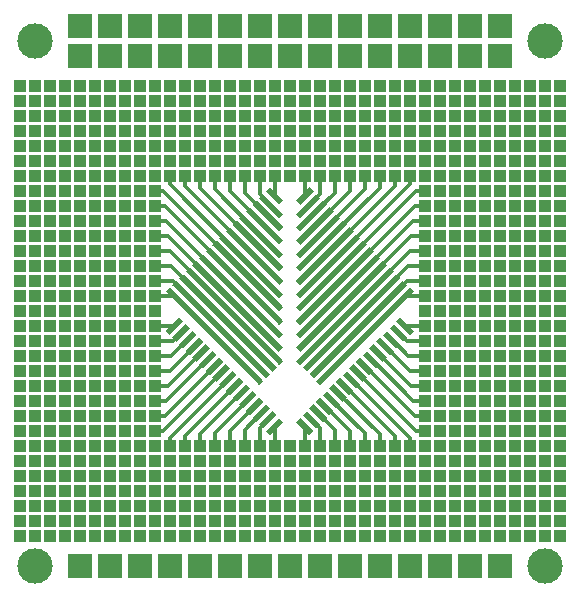
<source format=gbl>
G04 #@! TF.FileFunction,Copper,L2,Bot,Signal*
%FSLAX46Y46*%
G04 Gerber Fmt 4.6, Leading zero omitted, Abs format (unit mm)*
G04 Created by KiCad (PCBNEW 4.0.4-stable) date Saturday, October 22, 2016 'PMt' 11:23:18 PM*
%MOMM*%
%LPD*%
G01*
G04 APERTURE LIST*
%ADD10C,0.150000*%
%ADD11R,1.998980X1.998980*%
%ADD12R,1.000760X1.000760*%
%ADD13C,3.000000*%
%ADD14C,0.304800*%
G04 APERTURE END LIST*
D10*
D11*
X32210000Y-26960000D03*
X34750000Y-26960000D03*
X37290000Y-26960000D03*
X39830000Y-26960000D03*
X42370000Y-26960000D03*
X44910000Y-26960000D03*
X47450000Y-26960000D03*
X49990000Y-26960000D03*
X52530000Y-26960000D03*
X55070000Y-26960000D03*
X57610000Y-26960000D03*
X60150000Y-26960000D03*
X62690000Y-26960000D03*
X65230000Y-26960000D03*
X67770000Y-26960000D03*
X57610000Y-72680000D03*
X60150000Y-72680000D03*
X55070000Y-72680000D03*
X52530000Y-72680000D03*
X49990000Y-72680000D03*
X47450000Y-72680000D03*
X44910000Y-72680000D03*
X32210000Y-72680000D03*
X34750000Y-72680000D03*
X37290000Y-72680000D03*
X39830000Y-72680000D03*
X42370000Y-72680000D03*
X62690000Y-72680000D03*
X65230000Y-72680000D03*
X67770000Y-72680000D03*
D12*
X48720000Y-62520000D03*
X47450000Y-62520000D03*
X46180000Y-62520000D03*
X44910000Y-62520000D03*
X43640000Y-62520000D03*
X42370000Y-62520000D03*
X41100000Y-62520000D03*
X39830000Y-62520000D03*
X38560000Y-61250000D03*
X38560000Y-59980000D03*
X38560000Y-58710000D03*
X38560000Y-57440000D03*
X38560000Y-56170000D03*
X38560000Y-54900000D03*
X38560000Y-53630000D03*
X38560000Y-52360000D03*
X38560000Y-49820000D03*
X38560000Y-48550000D03*
X38560000Y-47280000D03*
X38560000Y-46010000D03*
X38560000Y-44740000D03*
X38560000Y-43470000D03*
X38560000Y-42200000D03*
X38560000Y-40930000D03*
X39830000Y-39660000D03*
X41100000Y-39660000D03*
X42370000Y-39660000D03*
X43640000Y-39660000D03*
X44910000Y-39660000D03*
X46180000Y-39660000D03*
X47450000Y-39660000D03*
X48720000Y-39660000D03*
X51260000Y-39660000D03*
X52530000Y-39660000D03*
X53800000Y-39660000D03*
X55070000Y-39660000D03*
X56340000Y-39660000D03*
X57610000Y-39660000D03*
X58880000Y-39660000D03*
X60150000Y-39660000D03*
X61420000Y-40930000D03*
X61420000Y-42200000D03*
X61420000Y-43470000D03*
X61420000Y-44740000D03*
X61420000Y-46010000D03*
X61420000Y-47280000D03*
X61420000Y-48550000D03*
X61420000Y-49820000D03*
X61420000Y-52360000D03*
X61420000Y-53630000D03*
X61420000Y-54900000D03*
X61420000Y-56170000D03*
X61420000Y-57440000D03*
X61420000Y-58710000D03*
X61420000Y-59980000D03*
X61420000Y-61250000D03*
X60150000Y-62520000D03*
X58880000Y-62520000D03*
X57610000Y-62520000D03*
X56340000Y-62520000D03*
X55070000Y-62520000D03*
X53800000Y-62520000D03*
X52530000Y-62520000D03*
X51260000Y-62520000D03*
D10*
G36*
X49459670Y-60459165D02*
X48328299Y-61590536D01*
X47974746Y-61236983D01*
X49106117Y-60105612D01*
X49459670Y-60459165D01*
X49459670Y-60459165D01*
G37*
G36*
X48893984Y-59893479D02*
X47762613Y-61024850D01*
X47409060Y-60671297D01*
X48540431Y-59539926D01*
X48893984Y-59893479D01*
X48893984Y-59893479D01*
G37*
G36*
X48328299Y-59327794D02*
X47196928Y-60459165D01*
X46843375Y-60105612D01*
X47974746Y-58974241D01*
X48328299Y-59327794D01*
X48328299Y-59327794D01*
G37*
G36*
X47762614Y-58762108D02*
X46631243Y-59893479D01*
X46277690Y-59539926D01*
X47409061Y-58408555D01*
X47762614Y-58762108D01*
X47762614Y-58762108D01*
G37*
G36*
X47196928Y-58196423D02*
X46065557Y-59327794D01*
X45712004Y-58974241D01*
X46843375Y-57842870D01*
X47196928Y-58196423D01*
X47196928Y-58196423D01*
G37*
G36*
X46631243Y-57630737D02*
X45499872Y-58762108D01*
X45146319Y-58408555D01*
X46277690Y-57277184D01*
X46631243Y-57630737D01*
X46631243Y-57630737D01*
G37*
G36*
X46065557Y-57065052D02*
X44934186Y-58196423D01*
X44580633Y-57842870D01*
X45712004Y-56711499D01*
X46065557Y-57065052D01*
X46065557Y-57065052D01*
G37*
G36*
X45499872Y-56499367D02*
X44368501Y-57630738D01*
X44014948Y-57277185D01*
X45146319Y-56145814D01*
X45499872Y-56499367D01*
X45499872Y-56499367D01*
G37*
G36*
X44934186Y-55933681D02*
X43802815Y-57065052D01*
X43449262Y-56711499D01*
X44580633Y-55580128D01*
X44934186Y-55933681D01*
X44934186Y-55933681D01*
G37*
G36*
X44368501Y-55367996D02*
X43237130Y-56499367D01*
X42883577Y-56145814D01*
X44014948Y-55014443D01*
X44368501Y-55367996D01*
X44368501Y-55367996D01*
G37*
G36*
X43802816Y-54802310D02*
X42671445Y-55933681D01*
X42317892Y-55580128D01*
X43449263Y-54448757D01*
X43802816Y-54802310D01*
X43802816Y-54802310D01*
G37*
G36*
X43237130Y-54236625D02*
X42105759Y-55367996D01*
X41752206Y-55014443D01*
X42883577Y-53883072D01*
X43237130Y-54236625D01*
X43237130Y-54236625D01*
G37*
G36*
X42671445Y-53670939D02*
X41540074Y-54802310D01*
X41186521Y-54448757D01*
X42317892Y-53317386D01*
X42671445Y-53670939D01*
X42671445Y-53670939D01*
G37*
G36*
X42105759Y-53105254D02*
X40974388Y-54236625D01*
X40620835Y-53883072D01*
X41752206Y-52751701D01*
X42105759Y-53105254D01*
X42105759Y-53105254D01*
G37*
G36*
X41540074Y-52539569D02*
X40408703Y-53670940D01*
X40055150Y-53317387D01*
X41186521Y-52186016D01*
X41540074Y-52539569D01*
X41540074Y-52539569D01*
G37*
G36*
X40974388Y-51973883D02*
X39843017Y-53105254D01*
X39489464Y-52751701D01*
X40620835Y-51620330D01*
X40974388Y-51973883D01*
X40974388Y-51973883D01*
G37*
G36*
X47409060Y-57347895D02*
X39489464Y-49428299D01*
X39843018Y-49074745D01*
X47762614Y-56994341D01*
X47409060Y-57347895D01*
X47409060Y-57347895D01*
G37*
G36*
X47974745Y-56782210D02*
X40055149Y-48862614D01*
X40408703Y-48509060D01*
X48328299Y-56428656D01*
X47974745Y-56782210D01*
X47974745Y-56782210D01*
G37*
G36*
X48540431Y-56216524D02*
X40620835Y-48296928D01*
X40974389Y-47943374D01*
X48893985Y-55862970D01*
X48540431Y-56216524D01*
X48540431Y-56216524D01*
G37*
G36*
X49106116Y-55650839D02*
X41186520Y-47731243D01*
X41540074Y-47377689D01*
X49459670Y-55297285D01*
X49106116Y-55650839D01*
X49106116Y-55650839D01*
G37*
G36*
X49106117Y-54519468D02*
X41752206Y-47165557D01*
X42105759Y-46812004D01*
X49459670Y-54165915D01*
X49106117Y-54519468D01*
X49106117Y-54519468D01*
G37*
G36*
X49106117Y-53388097D02*
X42317892Y-46599872D01*
X42671445Y-46246319D01*
X49459670Y-53034544D01*
X49106117Y-53388097D01*
X49106117Y-53388097D01*
G37*
G36*
X49106116Y-52256727D02*
X42883576Y-46034187D01*
X43237130Y-45680633D01*
X49459670Y-51903173D01*
X49106116Y-52256727D01*
X49106116Y-52256727D01*
G37*
G36*
X49106116Y-51125356D02*
X43449262Y-45468502D01*
X43802816Y-45114948D01*
X49459670Y-50771802D01*
X49106116Y-51125356D01*
X49106116Y-51125356D01*
G37*
G36*
X49106117Y-49993984D02*
X44014948Y-44902815D01*
X44368501Y-44549262D01*
X49459670Y-49640431D01*
X49106117Y-49993984D01*
X49106117Y-49993984D01*
G37*
G36*
X49106117Y-48862613D02*
X44580634Y-44337130D01*
X44934187Y-43983577D01*
X49459670Y-48509060D01*
X49106117Y-48862613D01*
X49106117Y-48862613D01*
G37*
G36*
X49106116Y-47731243D02*
X45146318Y-43771445D01*
X45499872Y-43417891D01*
X49459670Y-47377689D01*
X49106116Y-47731243D01*
X49106116Y-47731243D01*
G37*
G36*
X49106117Y-46599872D02*
X45712004Y-43205759D01*
X46065557Y-42852206D01*
X49459670Y-46246319D01*
X49106117Y-46599872D01*
X49106117Y-46599872D01*
G37*
G36*
X49106117Y-45468501D02*
X46277690Y-42640074D01*
X46631243Y-42286521D01*
X49459670Y-45114948D01*
X49106117Y-45468501D01*
X49106117Y-45468501D01*
G37*
G36*
X49106116Y-44337131D02*
X46843374Y-42074389D01*
X47196928Y-41720835D01*
X49459670Y-43983577D01*
X49106116Y-44337131D01*
X49106116Y-44337131D01*
G37*
G36*
X49106116Y-43205760D02*
X47409060Y-41508704D01*
X47762614Y-41155150D01*
X49459670Y-42852206D01*
X49106116Y-43205760D01*
X49106116Y-43205760D01*
G37*
G36*
X49106117Y-42074388D02*
X47974746Y-40943017D01*
X48328299Y-40589464D01*
X49459670Y-41720835D01*
X49106117Y-42074388D01*
X49106117Y-42074388D01*
G37*
G36*
X52005254Y-40943017D02*
X50873883Y-42074388D01*
X50520330Y-41720835D01*
X51651701Y-40589464D01*
X52005254Y-40943017D01*
X52005254Y-40943017D01*
G37*
G36*
X52570940Y-41508704D02*
X50873884Y-43205760D01*
X50520330Y-42852206D01*
X52217386Y-41155150D01*
X52570940Y-41508704D01*
X52570940Y-41508704D01*
G37*
G36*
X53136626Y-42074389D02*
X50873884Y-44337131D01*
X50520330Y-43983577D01*
X52783072Y-41720835D01*
X53136626Y-42074389D01*
X53136626Y-42074389D01*
G37*
G36*
X53702310Y-42640074D02*
X50873883Y-45468501D01*
X50520330Y-45114948D01*
X53348757Y-42286521D01*
X53702310Y-42640074D01*
X53702310Y-42640074D01*
G37*
G36*
X54267996Y-43205759D02*
X50873883Y-46599872D01*
X50520330Y-46246319D01*
X53914443Y-42852206D01*
X54267996Y-43205759D01*
X54267996Y-43205759D01*
G37*
G36*
X54833682Y-43771445D02*
X50873884Y-47731243D01*
X50520330Y-47377689D01*
X54480128Y-43417891D01*
X54833682Y-43771445D01*
X54833682Y-43771445D01*
G37*
G36*
X55399366Y-44337130D02*
X50873883Y-48862613D01*
X50520330Y-48509060D01*
X55045813Y-43983577D01*
X55399366Y-44337130D01*
X55399366Y-44337130D01*
G37*
G36*
X55965052Y-44902815D02*
X50873883Y-49993984D01*
X50520330Y-49640431D01*
X55611499Y-44549262D01*
X55965052Y-44902815D01*
X55965052Y-44902815D01*
G37*
G36*
X56530738Y-45468502D02*
X50873884Y-51125356D01*
X50520330Y-50771802D01*
X56177184Y-45114948D01*
X56530738Y-45468502D01*
X56530738Y-45468502D01*
G37*
G36*
X57096424Y-46034187D02*
X50873884Y-52256727D01*
X50520330Y-51903173D01*
X56742870Y-45680633D01*
X57096424Y-46034187D01*
X57096424Y-46034187D01*
G37*
G36*
X57662108Y-46599872D02*
X50873883Y-53388097D01*
X50520330Y-53034544D01*
X57308555Y-46246319D01*
X57662108Y-46599872D01*
X57662108Y-46599872D01*
G37*
G36*
X58227794Y-47165557D02*
X50873883Y-54519468D01*
X50520330Y-54165915D01*
X57874241Y-46812004D01*
X58227794Y-47165557D01*
X58227794Y-47165557D01*
G37*
G36*
X58793480Y-47731243D02*
X50873884Y-55650839D01*
X50520330Y-55297285D01*
X58439926Y-47377689D01*
X58793480Y-47731243D01*
X58793480Y-47731243D01*
G37*
G36*
X59359165Y-48296928D02*
X51439569Y-56216524D01*
X51086015Y-55862970D01*
X59005611Y-47943374D01*
X59359165Y-48296928D01*
X59359165Y-48296928D01*
G37*
G36*
X59924851Y-48862614D02*
X52005255Y-56782210D01*
X51651701Y-56428656D01*
X59571297Y-48509060D01*
X59924851Y-48862614D01*
X59924851Y-48862614D01*
G37*
G36*
X60490536Y-49428299D02*
X52570940Y-57347895D01*
X52217386Y-56994341D01*
X60136982Y-49074745D01*
X60490536Y-49428299D01*
X60490536Y-49428299D01*
G37*
G36*
X59359165Y-51620330D02*
X60490536Y-52751701D01*
X60136983Y-53105254D01*
X59005612Y-51973883D01*
X59359165Y-51620330D01*
X59359165Y-51620330D01*
G37*
G36*
X58793479Y-52186016D02*
X59924850Y-53317387D01*
X59571297Y-53670940D01*
X58439926Y-52539569D01*
X58793479Y-52186016D01*
X58793479Y-52186016D01*
G37*
G36*
X58227794Y-52751701D02*
X59359165Y-53883072D01*
X59005612Y-54236625D01*
X57874241Y-53105254D01*
X58227794Y-52751701D01*
X58227794Y-52751701D01*
G37*
G36*
X57662108Y-53317386D02*
X58793479Y-54448757D01*
X58439926Y-54802310D01*
X57308555Y-53670939D01*
X57662108Y-53317386D01*
X57662108Y-53317386D01*
G37*
G36*
X57096423Y-53883072D02*
X58227794Y-55014443D01*
X57874241Y-55367996D01*
X56742870Y-54236625D01*
X57096423Y-53883072D01*
X57096423Y-53883072D01*
G37*
G36*
X56530737Y-54448757D02*
X57662108Y-55580128D01*
X57308555Y-55933681D01*
X56177184Y-54802310D01*
X56530737Y-54448757D01*
X56530737Y-54448757D01*
G37*
G36*
X55965052Y-55014443D02*
X57096423Y-56145814D01*
X56742870Y-56499367D01*
X55611499Y-55367996D01*
X55965052Y-55014443D01*
X55965052Y-55014443D01*
G37*
G36*
X55399367Y-55580128D02*
X56530738Y-56711499D01*
X56177185Y-57065052D01*
X55045814Y-55933681D01*
X55399367Y-55580128D01*
X55399367Y-55580128D01*
G37*
G36*
X54833681Y-56145814D02*
X55965052Y-57277185D01*
X55611499Y-57630738D01*
X54480128Y-56499367D01*
X54833681Y-56145814D01*
X54833681Y-56145814D01*
G37*
G36*
X54267996Y-56711499D02*
X55399367Y-57842870D01*
X55045814Y-58196423D01*
X53914443Y-57065052D01*
X54267996Y-56711499D01*
X54267996Y-56711499D01*
G37*
G36*
X53702310Y-57277184D02*
X54833681Y-58408555D01*
X54480128Y-58762108D01*
X53348757Y-57630737D01*
X53702310Y-57277184D01*
X53702310Y-57277184D01*
G37*
G36*
X53136625Y-57842870D02*
X54267996Y-58974241D01*
X53914443Y-59327794D01*
X52783072Y-58196423D01*
X53136625Y-57842870D01*
X53136625Y-57842870D01*
G37*
G36*
X52570939Y-58408555D02*
X53702310Y-59539926D01*
X53348757Y-59893479D01*
X52217386Y-58762108D01*
X52570939Y-58408555D01*
X52570939Y-58408555D01*
G37*
G36*
X52005254Y-58974241D02*
X53136625Y-60105612D01*
X52783072Y-60459165D01*
X51651701Y-59327794D01*
X52005254Y-58974241D01*
X52005254Y-58974241D01*
G37*
G36*
X51439569Y-59539926D02*
X52570940Y-60671297D01*
X52217387Y-61024850D01*
X51086016Y-59893479D01*
X51439569Y-59539926D01*
X51439569Y-59539926D01*
G37*
G36*
X50873883Y-60105612D02*
X52005254Y-61236983D01*
X51651701Y-61590536D01*
X50520330Y-60459165D01*
X50873883Y-60105612D01*
X50873883Y-60105612D01*
G37*
D13*
X28400000Y-72680000D03*
X71580000Y-72680000D03*
X28400000Y-28230000D03*
X71580000Y-28230000D03*
D12*
X27130000Y-33310000D03*
X27130000Y-32040000D03*
X29670000Y-33310000D03*
X28400000Y-33310000D03*
X28400000Y-32040000D03*
X32210000Y-33310000D03*
X30940000Y-33310000D03*
X33480000Y-33310000D03*
X30940000Y-32040000D03*
X29670000Y-32040000D03*
X33480000Y-32040000D03*
X32210000Y-32040000D03*
X34750000Y-33310000D03*
X34750000Y-32040000D03*
X36020000Y-33310000D03*
X38560000Y-33310000D03*
X39830000Y-33310000D03*
X39830000Y-32040000D03*
X38560000Y-32040000D03*
X43640000Y-33310000D03*
X43640000Y-32040000D03*
X47450000Y-32040000D03*
X42370000Y-33310000D03*
X41100000Y-33310000D03*
X37290000Y-33310000D03*
X41100000Y-32040000D03*
X42370000Y-32040000D03*
X36020000Y-32040000D03*
X37290000Y-32040000D03*
X44910000Y-33310000D03*
X44910000Y-32040000D03*
X46180000Y-33310000D03*
X47450000Y-33310000D03*
X46180000Y-32040000D03*
X49990000Y-33310000D03*
X48720000Y-33310000D03*
X48720000Y-32040000D03*
X49990000Y-32040000D03*
X51260000Y-32040000D03*
X51260000Y-33310000D03*
X52530000Y-33310000D03*
X52530000Y-32040000D03*
X53800000Y-33310000D03*
X53800000Y-32040000D03*
X55070000Y-33310000D03*
X55070000Y-32040000D03*
X56340000Y-33310000D03*
X56340000Y-32040000D03*
X57610000Y-32040000D03*
X57610000Y-33310000D03*
X58880000Y-33310000D03*
X58880000Y-32040000D03*
X60150000Y-32040000D03*
X60150000Y-33310000D03*
X61420000Y-33310000D03*
X61420000Y-32040000D03*
X62690000Y-32040000D03*
X62690000Y-33310000D03*
X71580000Y-33310000D03*
X63960000Y-33310000D03*
X65230000Y-33310000D03*
X69040000Y-33310000D03*
X70310000Y-33310000D03*
X67770000Y-33310000D03*
X66500000Y-33310000D03*
X71580000Y-32040000D03*
X70310000Y-32040000D03*
X69040000Y-32040000D03*
X67770000Y-32040000D03*
X66500000Y-32040000D03*
X63960000Y-32040000D03*
X65230000Y-32040000D03*
X62690000Y-49820000D03*
X62690000Y-48550000D03*
X61420000Y-51090000D03*
X62690000Y-47280000D03*
X61420000Y-39660000D03*
X62690000Y-39660000D03*
X62690000Y-40930000D03*
X62690000Y-42200000D03*
X62690000Y-43470000D03*
X62690000Y-44740000D03*
X62690000Y-46010000D03*
D11*
X32210000Y-29500000D03*
X34750000Y-29500000D03*
X37290000Y-29500000D03*
X39830000Y-29500000D03*
X42370000Y-29500000D03*
X47450000Y-29500000D03*
X44910000Y-29500000D03*
X52530000Y-29500000D03*
X49990000Y-29500000D03*
X67770000Y-29500000D03*
X65230000Y-29500000D03*
X62690000Y-29500000D03*
X60150000Y-29500000D03*
X57610000Y-29500000D03*
X55070000Y-29500000D03*
D12*
X71580000Y-34580000D03*
X70310000Y-34580000D03*
X69040000Y-34580000D03*
X67770000Y-34580000D03*
X63960000Y-37120000D03*
X63960000Y-38390000D03*
X62690000Y-34580000D03*
X62690000Y-35850000D03*
X62690000Y-37120000D03*
X61420000Y-34580000D03*
X69040000Y-37120000D03*
X66500000Y-34580000D03*
X65230000Y-34580000D03*
X63960000Y-34580000D03*
X71580000Y-35850000D03*
X70310000Y-35850000D03*
X69040000Y-35850000D03*
X67770000Y-35850000D03*
X66500000Y-35850000D03*
X65230000Y-35850000D03*
X63960000Y-35850000D03*
X71580000Y-37120000D03*
X70310000Y-37120000D03*
X61420000Y-35850000D03*
X67770000Y-37120000D03*
X66500000Y-37120000D03*
X65230000Y-37120000D03*
X72850000Y-39660000D03*
X72850000Y-32040000D03*
X72850000Y-33310000D03*
X72850000Y-35850000D03*
X61420000Y-37120000D03*
X72850000Y-43470000D03*
X72850000Y-47280000D03*
X72850000Y-51090000D03*
X72850000Y-54900000D03*
X72850000Y-37120000D03*
X72850000Y-40930000D03*
X72850000Y-44740000D03*
X72850000Y-48550000D03*
X72850000Y-52360000D03*
X72850000Y-56170000D03*
X71580000Y-38390000D03*
X70310000Y-38390000D03*
X69040000Y-38390000D03*
X67770000Y-38390000D03*
X66500000Y-38390000D03*
X65230000Y-38390000D03*
X72850000Y-58710000D03*
X72850000Y-59980000D03*
X62690000Y-38390000D03*
X72850000Y-62520000D03*
X72850000Y-63790000D03*
X61420000Y-38390000D03*
X71580000Y-39660000D03*
X70310000Y-39660000D03*
X69040000Y-40930000D03*
X67770000Y-39660000D03*
X66500000Y-39660000D03*
X65230000Y-39660000D03*
X63960000Y-39660000D03*
X71580000Y-40930000D03*
X70310000Y-40930000D03*
X69040000Y-39660000D03*
X67770000Y-40930000D03*
X66500000Y-40930000D03*
X65230000Y-40930000D03*
X63960000Y-40930000D03*
X71580000Y-42200000D03*
X63960000Y-42200000D03*
X70310000Y-42200000D03*
X65230000Y-42200000D03*
X69040000Y-42200000D03*
X67770000Y-42200000D03*
X66500000Y-42200000D03*
X71580000Y-43470000D03*
X70310000Y-43470000D03*
X69040000Y-43470000D03*
X67770000Y-43470000D03*
X66500000Y-43470000D03*
X65230000Y-43470000D03*
X63960000Y-43470000D03*
X71580000Y-44740000D03*
X70310000Y-44740000D03*
X69040000Y-44740000D03*
X67770000Y-44740000D03*
X66500000Y-44740000D03*
X65230000Y-44740000D03*
X63960000Y-44740000D03*
X60150000Y-34580000D03*
X58880000Y-34580000D03*
X57610000Y-34580000D03*
X60150000Y-35850000D03*
X58880000Y-35850000D03*
X58880000Y-37120000D03*
X60150000Y-37120000D03*
X72850000Y-66330000D03*
X60150000Y-38390000D03*
X72850000Y-67600000D03*
X58880000Y-38390000D03*
X71580000Y-46010000D03*
X70310000Y-46010000D03*
X69040000Y-46010000D03*
X67770000Y-46010000D03*
X65230000Y-46010000D03*
X66500000Y-46010000D03*
X63960000Y-46010000D03*
X71580000Y-47280000D03*
X70310000Y-47280000D03*
X69040000Y-47280000D03*
X67770000Y-47280000D03*
X66500000Y-47280000D03*
X65230000Y-47280000D03*
X63960000Y-47280000D03*
X71580000Y-48550000D03*
X71580000Y-49820000D03*
X71580000Y-51090000D03*
X70310000Y-48550000D03*
X69040000Y-48550000D03*
X70310000Y-49820000D03*
X67770000Y-48550000D03*
X66500000Y-48550000D03*
X67770000Y-49820000D03*
X65230000Y-48550000D03*
X63960000Y-48550000D03*
X69040000Y-49820000D03*
X63960000Y-49820000D03*
X66500000Y-49820000D03*
X65230000Y-49820000D03*
X70310000Y-51090000D03*
X69040000Y-51090000D03*
X67770000Y-51090000D03*
X66500000Y-51090000D03*
X63960000Y-51090000D03*
X65230000Y-51090000D03*
X62690000Y-51090000D03*
X62690000Y-52360000D03*
X71580000Y-52360000D03*
X70310000Y-52360000D03*
X69040000Y-52360000D03*
X67770000Y-52360000D03*
X66500000Y-52360000D03*
X65230000Y-52360000D03*
X63960000Y-52360000D03*
X71580000Y-53630000D03*
X71580000Y-54900000D03*
X70310000Y-53630000D03*
X69040000Y-53630000D03*
X67770000Y-53630000D03*
X66500000Y-53630000D03*
X65230000Y-53630000D03*
X62690000Y-53630000D03*
X63960000Y-53630000D03*
X62690000Y-54900000D03*
X63960000Y-54900000D03*
X65230000Y-54900000D03*
X66500000Y-54900000D03*
X67770000Y-54900000D03*
X69040000Y-54900000D03*
X70310000Y-54900000D03*
X67770000Y-56170000D03*
X63960000Y-56170000D03*
X69040000Y-57440000D03*
X69040000Y-58710000D03*
X67770000Y-57440000D03*
X67770000Y-58710000D03*
X66500000Y-57440000D03*
X71580000Y-56170000D03*
X70310000Y-56170000D03*
X69040000Y-56170000D03*
X62690000Y-57440000D03*
X66500000Y-56170000D03*
X65230000Y-56170000D03*
X63960000Y-57440000D03*
X62690000Y-56170000D03*
X71580000Y-57440000D03*
X71580000Y-58710000D03*
X70310000Y-57440000D03*
X70310000Y-58710000D03*
X65230000Y-57440000D03*
X66500000Y-58710000D03*
X71580000Y-59980000D03*
X71580000Y-61250000D03*
X71580000Y-62520000D03*
X71580000Y-63790000D03*
X72850000Y-34580000D03*
X71580000Y-65060000D03*
X71580000Y-66330000D03*
X71580000Y-68870000D03*
X71580000Y-67600000D03*
X71580000Y-70140000D03*
X70310000Y-59980000D03*
X70310000Y-61250000D03*
X70310000Y-62520000D03*
X70310000Y-63790000D03*
X69040000Y-59980000D03*
X65230000Y-58710000D03*
X63960000Y-58710000D03*
X62690000Y-58710000D03*
X67770000Y-59980000D03*
X66500000Y-59980000D03*
X65230000Y-59980000D03*
X62690000Y-59980000D03*
X63960000Y-59980000D03*
X62690000Y-61250000D03*
X61420000Y-62520000D03*
X62690000Y-62520000D03*
X69040000Y-61250000D03*
X67770000Y-61250000D03*
X66500000Y-61250000D03*
X65230000Y-61250000D03*
X63960000Y-61250000D03*
X69040000Y-62520000D03*
X72850000Y-38390000D03*
X70310000Y-65060000D03*
X70310000Y-66330000D03*
X70310000Y-67600000D03*
X70310000Y-68870000D03*
X70310000Y-70140000D03*
X67770000Y-62520000D03*
X66500000Y-62520000D03*
X63960000Y-62520000D03*
X65230000Y-62520000D03*
X69040000Y-63790000D03*
X72850000Y-42200000D03*
X69040000Y-65060000D03*
X69040000Y-66330000D03*
X69040000Y-67600000D03*
X69040000Y-68870000D03*
X69040000Y-70140000D03*
X67770000Y-63790000D03*
X72850000Y-46010000D03*
X67770000Y-65060000D03*
X67770000Y-66330000D03*
X67770000Y-67600000D03*
X66500000Y-63790000D03*
X65230000Y-63790000D03*
X63960000Y-63790000D03*
X72850000Y-49820000D03*
X67770000Y-68870000D03*
X49990000Y-62520000D03*
X66500000Y-65060000D03*
X72850000Y-53630000D03*
X62690000Y-63790000D03*
X67770000Y-70140000D03*
X66500000Y-70140000D03*
X66500000Y-66330000D03*
X66500000Y-67600000D03*
X66500000Y-68870000D03*
X65230000Y-65060000D03*
X65230000Y-66330000D03*
X65230000Y-67600000D03*
X65230000Y-68870000D03*
X65230000Y-70140000D03*
X72850000Y-57440000D03*
X63960000Y-65060000D03*
X63960000Y-66330000D03*
X63960000Y-67600000D03*
X63960000Y-68870000D03*
X63960000Y-70140000D03*
X72850000Y-61250000D03*
X62690000Y-65060000D03*
X62690000Y-66330000D03*
X62690000Y-67600000D03*
X62690000Y-68870000D03*
X62690000Y-70140000D03*
X61420000Y-63790000D03*
X72850000Y-65060000D03*
X60150000Y-63790000D03*
X61420000Y-65060000D03*
X61420000Y-66330000D03*
X61420000Y-67600000D03*
X61420000Y-68870000D03*
X61420000Y-70140000D03*
X72850000Y-68870000D03*
X60150000Y-65060000D03*
X60150000Y-66330000D03*
X60150000Y-67600000D03*
X60150000Y-68870000D03*
X60150000Y-70140000D03*
X58880000Y-63790000D03*
X72850000Y-70140000D03*
X58880000Y-65060000D03*
X58880000Y-66330000D03*
X58880000Y-67600000D03*
X58880000Y-68870000D03*
X58880000Y-70140000D03*
X57610000Y-63790000D03*
X57610000Y-65060000D03*
X57610000Y-66330000D03*
X57610000Y-67600000D03*
X57610000Y-68870000D03*
X57610000Y-70140000D03*
X56340000Y-63790000D03*
X56340000Y-65060000D03*
X56340000Y-66330000D03*
X56340000Y-67600000D03*
X56340000Y-68870000D03*
X56340000Y-70140000D03*
X55070000Y-63790000D03*
X55070000Y-65060000D03*
X55070000Y-66330000D03*
X55070000Y-67600000D03*
X55070000Y-68870000D03*
X55070000Y-70140000D03*
X53800000Y-63790000D03*
X52530000Y-63790000D03*
X51260000Y-63790000D03*
X53800000Y-65060000D03*
X53800000Y-66330000D03*
X53800000Y-67600000D03*
X53800000Y-68870000D03*
X53800000Y-70140000D03*
X52530000Y-65060000D03*
X51260000Y-65060000D03*
X52530000Y-66330000D03*
X51260000Y-66330000D03*
X56340000Y-34580000D03*
X55070000Y-34580000D03*
X27130000Y-34580000D03*
X28400000Y-34580000D03*
X57610000Y-35850000D03*
X57610000Y-37120000D03*
X57610000Y-38390000D03*
X56340000Y-35850000D03*
X56340000Y-37120000D03*
X38560000Y-39660000D03*
X49990000Y-39660000D03*
X56340000Y-38390000D03*
X55070000Y-38390000D03*
X55070000Y-37120000D03*
X55070000Y-35850000D03*
X53800000Y-34580000D03*
X52530000Y-34580000D03*
X53800000Y-35850000D03*
X53800000Y-37120000D03*
X53800000Y-38390000D03*
X52530000Y-38390000D03*
X51260000Y-38390000D03*
X49990000Y-38390000D03*
X52530000Y-35850000D03*
X52530000Y-37120000D03*
X48720000Y-38390000D03*
X47450000Y-38390000D03*
X47450000Y-34580000D03*
X48720000Y-34580000D03*
X49990000Y-34580000D03*
X51260000Y-34580000D03*
X51260000Y-35850000D03*
X51260000Y-37120000D03*
X49990000Y-35850000D03*
X49990000Y-37120000D03*
X48720000Y-35850000D03*
X48720000Y-37120000D03*
X47450000Y-35850000D03*
X46180000Y-34580000D03*
X47450000Y-37120000D03*
X46180000Y-38390000D03*
X44910000Y-38390000D03*
X46180000Y-35850000D03*
X46180000Y-37120000D03*
X44910000Y-35850000D03*
X43640000Y-34580000D03*
X44910000Y-34580000D03*
X41100000Y-34580000D03*
X42370000Y-34580000D03*
X43640000Y-35850000D03*
X44910000Y-37120000D03*
X43640000Y-38390000D03*
X43640000Y-37120000D03*
X41100000Y-35850000D03*
X42370000Y-35850000D03*
X42370000Y-37120000D03*
X42370000Y-38390000D03*
X39830000Y-34580000D03*
X30940000Y-34580000D03*
X29670000Y-34580000D03*
X32210000Y-34580000D03*
X36020000Y-34580000D03*
X38560000Y-34580000D03*
X37290000Y-34580000D03*
X33480000Y-34580000D03*
X34750000Y-34580000D03*
X41100000Y-38390000D03*
X39830000Y-38390000D03*
X38560000Y-38390000D03*
X41100000Y-37120000D03*
X39830000Y-35850000D03*
X39830000Y-37120000D03*
X38560000Y-37120000D03*
X38560000Y-35850000D03*
X37290000Y-35850000D03*
X36020000Y-35850000D03*
X34750000Y-35850000D03*
X33480000Y-35850000D03*
X32210000Y-35850000D03*
X30940000Y-35850000D03*
X28400000Y-35850000D03*
X29670000Y-35850000D03*
X27130000Y-35850000D03*
X27130000Y-37120000D03*
X28400000Y-37120000D03*
X29670000Y-37120000D03*
X30940000Y-37120000D03*
X37290000Y-37120000D03*
X36020000Y-37120000D03*
X34750000Y-37120000D03*
X33480000Y-37120000D03*
X32210000Y-37120000D03*
X37290000Y-38390000D03*
X37290000Y-39660000D03*
X37290000Y-40930000D03*
X36020000Y-38390000D03*
X34750000Y-38390000D03*
X36020000Y-39660000D03*
X27130000Y-38390000D03*
X28400000Y-38390000D03*
X30940000Y-38390000D03*
X29670000Y-38390000D03*
X32210000Y-38390000D03*
X33480000Y-38390000D03*
X27130000Y-39660000D03*
X27130000Y-40930000D03*
X27130000Y-42200000D03*
X27130000Y-43470000D03*
X30940000Y-39660000D03*
X29670000Y-39660000D03*
X28400000Y-39660000D03*
X34750000Y-39660000D03*
X33480000Y-39660000D03*
X32210000Y-39660000D03*
X28400000Y-40930000D03*
X28400000Y-42200000D03*
X29670000Y-40930000D03*
X30940000Y-40930000D03*
X36020000Y-40930000D03*
X34750000Y-40930000D03*
X32210000Y-40930000D03*
X33480000Y-40930000D03*
X29670000Y-42200000D03*
X28400000Y-43470000D03*
X29670000Y-43470000D03*
X37290000Y-42200000D03*
X34750000Y-42200000D03*
X33480000Y-42200000D03*
X30940000Y-42200000D03*
X32210000Y-42200000D03*
X36020000Y-42200000D03*
X37290000Y-43470000D03*
X32210000Y-43470000D03*
X32210000Y-44740000D03*
X30940000Y-43470000D03*
X37290000Y-44740000D03*
X34750000Y-44740000D03*
X34750000Y-43470000D03*
X36020000Y-43470000D03*
X33480000Y-43470000D03*
X36020000Y-44740000D03*
X33480000Y-44740000D03*
X30940000Y-44740000D03*
X27130000Y-44740000D03*
X29670000Y-44740000D03*
X28400000Y-44740000D03*
X27130000Y-46010000D03*
X28400000Y-47280000D03*
X29670000Y-46010000D03*
X34750000Y-46010000D03*
X37290000Y-46010000D03*
X36020000Y-46010000D03*
X32210000Y-46010000D03*
X30940000Y-46010000D03*
X33480000Y-46010000D03*
X37290000Y-47280000D03*
X36020000Y-47280000D03*
X34750000Y-47280000D03*
X33480000Y-47280000D03*
X32210000Y-47280000D03*
X30940000Y-47280000D03*
X29670000Y-47280000D03*
X28400000Y-46010000D03*
X27130000Y-47280000D03*
X37290000Y-48550000D03*
X36020000Y-48550000D03*
X34750000Y-48550000D03*
X33480000Y-48550000D03*
X32210000Y-48550000D03*
X30940000Y-48550000D03*
X29670000Y-48550000D03*
X28400000Y-48550000D03*
X27130000Y-48550000D03*
X38560000Y-51090000D03*
X37290000Y-49820000D03*
X36020000Y-49820000D03*
X34750000Y-49820000D03*
X33480000Y-49820000D03*
X32210000Y-49820000D03*
X30940000Y-49820000D03*
X29670000Y-49820000D03*
X28400000Y-49820000D03*
X27130000Y-49820000D03*
X37290000Y-51090000D03*
X36020000Y-51090000D03*
X34750000Y-51090000D03*
X33480000Y-51090000D03*
X32210000Y-51090000D03*
X30940000Y-51090000D03*
X29670000Y-51090000D03*
X28400000Y-51090000D03*
X27130000Y-51090000D03*
X37290000Y-52360000D03*
X36020000Y-52360000D03*
X34750000Y-52360000D03*
X33480000Y-52360000D03*
X32210000Y-52360000D03*
X30940000Y-52360000D03*
X27130000Y-52360000D03*
X29670000Y-52360000D03*
X28400000Y-52360000D03*
X27130000Y-53630000D03*
X27130000Y-54900000D03*
X27130000Y-56170000D03*
X28400000Y-53630000D03*
X29670000Y-53630000D03*
X28400000Y-54900000D03*
X30940000Y-53630000D03*
X32210000Y-53630000D03*
X33480000Y-53630000D03*
X37290000Y-53630000D03*
X34750000Y-53630000D03*
X36020000Y-53630000D03*
X29670000Y-54900000D03*
X30940000Y-54900000D03*
X33480000Y-54900000D03*
X32210000Y-54900000D03*
X37290000Y-54900000D03*
X34750000Y-54900000D03*
X36020000Y-54900000D03*
X28400000Y-56170000D03*
X27130000Y-57440000D03*
X29670000Y-56170000D03*
X30940000Y-56170000D03*
X32210000Y-56170000D03*
X33480000Y-56170000D03*
X34750000Y-56170000D03*
X37290000Y-56170000D03*
X36020000Y-56170000D03*
X38560000Y-62520000D03*
X37290000Y-57440000D03*
X36020000Y-57440000D03*
X37290000Y-58710000D03*
X34750000Y-57440000D03*
X36020000Y-58710000D03*
X37290000Y-59980000D03*
X33480000Y-57440000D03*
X28400000Y-57440000D03*
X27130000Y-58710000D03*
X29670000Y-57440000D03*
X32210000Y-57440000D03*
X30940000Y-57440000D03*
X28400000Y-58710000D03*
X27130000Y-59980000D03*
X29670000Y-58710000D03*
X28400000Y-59980000D03*
X34750000Y-58710000D03*
X33480000Y-58710000D03*
X30940000Y-58710000D03*
X32210000Y-58710000D03*
X29670000Y-59980000D03*
X30940000Y-59980000D03*
X32210000Y-59980000D03*
X34750000Y-59980000D03*
X33480000Y-59980000D03*
X36020000Y-59980000D03*
X37290000Y-61250000D03*
X27130000Y-61250000D03*
X27130000Y-70140000D03*
X27130000Y-68870000D03*
X27130000Y-62520000D03*
X27130000Y-63790000D03*
X27130000Y-65060000D03*
X27130000Y-66330000D03*
X27130000Y-67600000D03*
X28400000Y-70140000D03*
X28400000Y-68870000D03*
X28400000Y-67600000D03*
X28400000Y-66330000D03*
X28400000Y-65060000D03*
X28400000Y-63790000D03*
X28400000Y-61250000D03*
X29670000Y-61250000D03*
X28400000Y-62520000D03*
X33480000Y-61250000D03*
X32210000Y-61250000D03*
X30940000Y-61250000D03*
X37290000Y-62520000D03*
X36020000Y-61250000D03*
X34750000Y-61250000D03*
X30940000Y-62520000D03*
X29670000Y-62520000D03*
X29670000Y-63790000D03*
X32210000Y-62520000D03*
X30940000Y-63790000D03*
X33480000Y-62520000D03*
X32210000Y-63790000D03*
X29670000Y-65060000D03*
X36020000Y-62520000D03*
X34750000Y-62520000D03*
X33480000Y-63790000D03*
X30940000Y-65060000D03*
X29670000Y-66330000D03*
X29670000Y-67600000D03*
X29670000Y-68870000D03*
X29670000Y-70140000D03*
X34750000Y-63790000D03*
X36020000Y-63790000D03*
X51260000Y-67600000D03*
X52530000Y-67600000D03*
X52530000Y-70140000D03*
X52530000Y-68870000D03*
X51260000Y-70140000D03*
X51260000Y-68870000D03*
X49990000Y-63790000D03*
X48720000Y-63790000D03*
X30940000Y-66330000D03*
X32210000Y-65060000D03*
X30940000Y-70140000D03*
X30940000Y-68870000D03*
X30940000Y-67600000D03*
X32210000Y-66330000D03*
X32210000Y-67600000D03*
X32210000Y-68870000D03*
X32210000Y-70140000D03*
X33480000Y-70140000D03*
X37290000Y-70140000D03*
X36020000Y-70140000D03*
X34750000Y-70140000D03*
X33480000Y-68870000D03*
X33480000Y-67600000D03*
X33480000Y-66330000D03*
X33480000Y-65060000D03*
X34750000Y-65060000D03*
X34750000Y-68870000D03*
X34750000Y-67600000D03*
X34750000Y-66330000D03*
X36020000Y-68870000D03*
X36020000Y-67600000D03*
X37290000Y-63790000D03*
X38560000Y-63790000D03*
X36020000Y-66330000D03*
X36020000Y-65060000D03*
X37290000Y-68870000D03*
X37290000Y-67600000D03*
X37290000Y-66330000D03*
X37290000Y-65060000D03*
X39830000Y-63790000D03*
X49990000Y-70140000D03*
X38560000Y-70140000D03*
X39830000Y-70140000D03*
X41100000Y-70140000D03*
X42370000Y-70140000D03*
X43640000Y-70140000D03*
X49990000Y-68870000D03*
X49990000Y-65060000D03*
X48720000Y-66330000D03*
X49990000Y-66330000D03*
X49990000Y-67600000D03*
X48720000Y-65060000D03*
X48720000Y-68870000D03*
X48720000Y-67600000D03*
X48720000Y-70140000D03*
X47450000Y-63790000D03*
X46180000Y-63790000D03*
X44910000Y-63790000D03*
X43640000Y-63790000D03*
X42370000Y-63790000D03*
X41100000Y-63790000D03*
X47450000Y-67600000D03*
X47450000Y-65060000D03*
X47450000Y-66330000D03*
X47450000Y-68870000D03*
X47450000Y-70140000D03*
X46180000Y-70140000D03*
X46180000Y-68870000D03*
X46180000Y-66330000D03*
X46180000Y-67600000D03*
X46180000Y-65060000D03*
X44910000Y-65060000D03*
X38560000Y-65060000D03*
X38560000Y-66330000D03*
X38560000Y-68870000D03*
X38560000Y-67600000D03*
X39830000Y-65060000D03*
X39830000Y-66330000D03*
X39830000Y-67600000D03*
X39830000Y-68870000D03*
X41100000Y-65060000D03*
X42370000Y-65060000D03*
X43640000Y-65060000D03*
X41100000Y-66330000D03*
X41100000Y-67600000D03*
X41100000Y-68870000D03*
X42370000Y-66330000D03*
X44910000Y-66330000D03*
X43640000Y-66330000D03*
X44910000Y-67600000D03*
X42370000Y-67600000D03*
X43640000Y-67600000D03*
X42370000Y-68870000D03*
X43640000Y-68870000D03*
X44910000Y-68870000D03*
X44910000Y-70140000D03*
D14*
X40096089Y-48550000D02*
X44191724Y-52645635D01*
X38560000Y-48550000D02*
X40096089Y-48550000D01*
X39957461Y-47280000D02*
X44757410Y-52079949D01*
X38560000Y-47280000D02*
X39957461Y-47280000D01*
X59750866Y-52360000D02*
X59748074Y-52362792D01*
X61420000Y-52360000D02*
X59750866Y-52360000D01*
X60150000Y-61815686D02*
X55222590Y-56888276D01*
X60150000Y-62520000D02*
X60150000Y-61815686D01*
X58880000Y-61677056D02*
X54656905Y-57453961D01*
X58880000Y-62520000D02*
X58880000Y-61677056D01*
X57610000Y-61538427D02*
X54091219Y-58019646D01*
X57610000Y-62520000D02*
X57610000Y-61538427D01*
X43640000Y-40780202D02*
X47585837Y-44726039D01*
X43640000Y-39660000D02*
X43640000Y-40780202D01*
X44910000Y-40918831D02*
X47868680Y-43877511D01*
X44910000Y-39660000D02*
X44910000Y-40918831D01*
X59883911Y-48550000D02*
X55788276Y-52645635D01*
X61420000Y-48550000D02*
X59883911Y-48550000D01*
X59745281Y-49820000D02*
X56353961Y-53211320D01*
X61420000Y-49820000D02*
X59745281Y-49820000D01*
X56340000Y-40780202D02*
X52394163Y-44726039D01*
X56340000Y-39660000D02*
X56340000Y-40780202D01*
X57610000Y-40641573D02*
X52677006Y-45574567D01*
X57610000Y-39660000D02*
X57610000Y-40641573D01*
X58880000Y-40502943D02*
X52959848Y-46423095D01*
X58880000Y-39660000D02*
X58880000Y-40502943D01*
X42370000Y-61538427D02*
X45888781Y-58019646D01*
X42370000Y-62520000D02*
X42370000Y-61538427D01*
X48720000Y-60850866D02*
X48717208Y-60848074D01*
X48720000Y-62520000D02*
X48720000Y-60850866D01*
X47450000Y-60983910D02*
X48151522Y-60282388D01*
X47450000Y-62520000D02*
X47450000Y-60983910D01*
X46180000Y-61122540D02*
X47585837Y-59716703D01*
X46180000Y-62520000D02*
X46180000Y-61122540D01*
X44910000Y-61261169D02*
X47020152Y-59151017D01*
X44910000Y-62520000D02*
X44910000Y-61261169D01*
X43640000Y-61399798D02*
X46454466Y-58585332D01*
X43640000Y-62520000D02*
X43640000Y-61399798D01*
X41100000Y-61677056D02*
X45323095Y-57453961D01*
X41100000Y-62520000D02*
X41100000Y-61677056D01*
X39830000Y-61815686D02*
X44757410Y-56888276D01*
X39830000Y-62520000D02*
X39830000Y-61815686D01*
X39264314Y-61250000D02*
X44191724Y-56322590D01*
X38560000Y-61250000D02*
X39264314Y-61250000D01*
X39402944Y-59980000D02*
X43626039Y-55756905D01*
X38560000Y-59980000D02*
X39402944Y-59980000D01*
X39818831Y-46010000D02*
X45323095Y-51514264D01*
X38560000Y-46010000D02*
X39818831Y-46010000D01*
X46180000Y-41057461D02*
X48151522Y-43028983D01*
X46180000Y-39660000D02*
X46180000Y-41057461D01*
X60150000Y-40364314D02*
X53242691Y-47271623D01*
X60150000Y-39660000D02*
X60150000Y-40364314D01*
X59883910Y-53630000D02*
X59182388Y-52928478D01*
X61420000Y-53630000D02*
X59883910Y-53630000D01*
X60161169Y-46010000D02*
X54656905Y-51514264D01*
X61420000Y-46010000D02*
X60161169Y-46010000D01*
X39957460Y-54900000D02*
X41363297Y-53494163D01*
X38560000Y-54900000D02*
X39957460Y-54900000D01*
X39264314Y-40930000D02*
X46454466Y-48120152D01*
X38560000Y-40930000D02*
X39264314Y-40930000D01*
X52530000Y-41196090D02*
X51545635Y-42180455D01*
X52530000Y-39660000D02*
X52530000Y-41196090D01*
X60299798Y-44740000D02*
X54374062Y-50665736D01*
X61420000Y-44740000D02*
X60299798Y-44740000D01*
X60438427Y-58710000D02*
X56919646Y-55191219D01*
X61420000Y-58710000D02*
X60438427Y-58710000D01*
X51260000Y-60850866D02*
X51262792Y-60848074D01*
X51260000Y-62520000D02*
X51260000Y-60850866D01*
X40096090Y-53630000D02*
X40797612Y-52928478D01*
X38560000Y-53630000D02*
X40096090Y-53630000D01*
X39830000Y-40364314D02*
X46737309Y-47271623D01*
X39830000Y-39660000D02*
X39830000Y-40364314D01*
X53800000Y-41057461D02*
X51828478Y-43028983D01*
X53800000Y-39660000D02*
X53800000Y-41057461D01*
X52530000Y-60983910D02*
X51828478Y-60282388D01*
X52530000Y-62520000D02*
X52530000Y-60983910D01*
X60577056Y-59980000D02*
X56353961Y-55756905D01*
X61420000Y-59980000D02*
X60577056Y-59980000D01*
X41100000Y-40502943D02*
X47020152Y-46423095D01*
X41100000Y-39660000D02*
X41100000Y-40502943D01*
X55070000Y-40918831D02*
X52111320Y-43877511D01*
X55070000Y-39660000D02*
X55070000Y-40918831D01*
X60022539Y-47280000D02*
X55222590Y-52079949D01*
X61420000Y-47280000D02*
X60022539Y-47280000D01*
X60715686Y-61250000D02*
X55788276Y-56322590D01*
X61420000Y-61250000D02*
X60715686Y-61250000D01*
X40234719Y-49820000D02*
X43626039Y-53211320D01*
X38560000Y-49820000D02*
X40234719Y-49820000D01*
X42370000Y-40641573D02*
X47302994Y-45574567D01*
X42370000Y-39660000D02*
X42370000Y-40641573D01*
X48720000Y-41329134D02*
X48717208Y-41331926D01*
X48720000Y-39660000D02*
X48720000Y-41329134D01*
X39541573Y-58710000D02*
X43060354Y-55191219D01*
X38560000Y-58710000D02*
X39541573Y-58710000D01*
X39680202Y-44740000D02*
X45605938Y-50665736D01*
X38560000Y-44740000D02*
X39680202Y-44740000D01*
X47450000Y-41196090D02*
X48434365Y-42180455D01*
X47450000Y-39660000D02*
X47450000Y-41196090D01*
X60715686Y-40930000D02*
X53525534Y-48120152D01*
X61420000Y-40930000D02*
X60715686Y-40930000D01*
X60022540Y-54900000D02*
X58616703Y-53494163D01*
X61420000Y-54900000D02*
X60022540Y-54900000D01*
X39680202Y-57440000D02*
X42494668Y-54625534D01*
X38560000Y-57440000D02*
X39680202Y-57440000D01*
X39541573Y-43470000D02*
X45888781Y-49817208D01*
X38560000Y-43470000D02*
X39541573Y-43470000D01*
X56340000Y-61399798D02*
X53525534Y-58585332D01*
X56340000Y-62520000D02*
X56340000Y-61399798D01*
X60577057Y-42200000D02*
X53808377Y-48968680D01*
X61420000Y-42200000D02*
X60577057Y-42200000D01*
X60161169Y-56170000D02*
X58051017Y-54059848D01*
X61420000Y-56170000D02*
X60161169Y-56170000D01*
X53800000Y-61122540D02*
X52394163Y-59716703D01*
X53800000Y-62520000D02*
X53800000Y-61122540D01*
X39818831Y-56170000D02*
X41928983Y-54059848D01*
X38560000Y-56170000D02*
X39818831Y-56170000D01*
X39402943Y-42200000D02*
X46171623Y-48968680D01*
X38560000Y-42200000D02*
X39402943Y-42200000D01*
X51260000Y-41329134D02*
X51262792Y-41331926D01*
X51260000Y-39660000D02*
X51260000Y-41329134D01*
X60438427Y-43470000D02*
X54091219Y-49817208D01*
X61420000Y-43470000D02*
X60438427Y-43470000D01*
X60299798Y-57440000D02*
X57485332Y-54625534D01*
X61420000Y-57440000D02*
X60299798Y-57440000D01*
X55070000Y-61261169D02*
X52959848Y-59151017D01*
X55070000Y-62520000D02*
X55070000Y-61261169D01*
X40229134Y-52360000D02*
X40231926Y-52362792D01*
X38560000Y-52360000D02*
X40229134Y-52360000D01*
M02*

</source>
